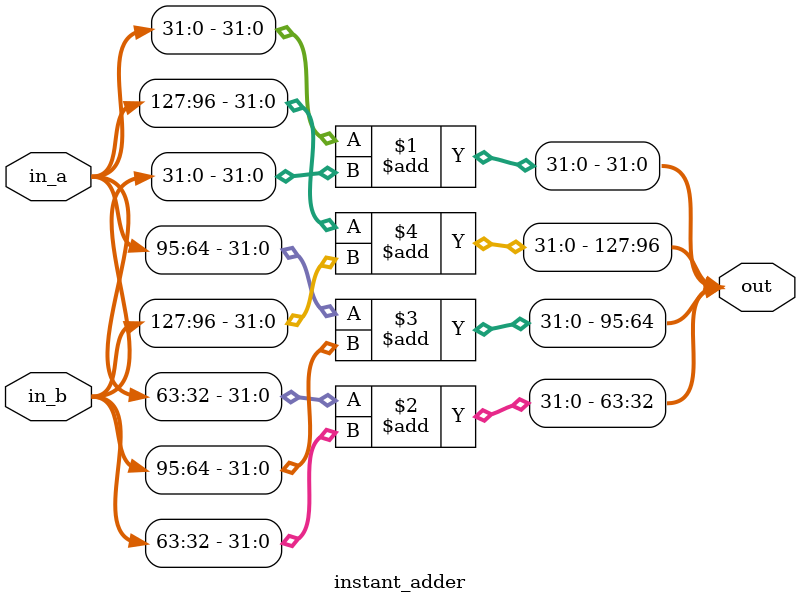
<source format=v>
module instant_adder #(
    parameter N_STACK = 4,
    parameter DW_DATA = 32
) (
    input [N_STACK*DW_DATA-1:0] in_a,
    input [N_STACK*DW_DATA-1:0] in_b,
    output [N_STACK*DW_DATA-1:0] out
);

    genvar gi;
    generate
        for (gi=0; gi<N_STACK; gi=gi+1) begin
            assign out[gi*DW_DATA +:DW_DATA] = in_a[gi*DW_DATA +:DW_DATA] + in_b[gi*DW_DATA +:DW_DATA];
        end
    endgenerate

endmodule
</source>
